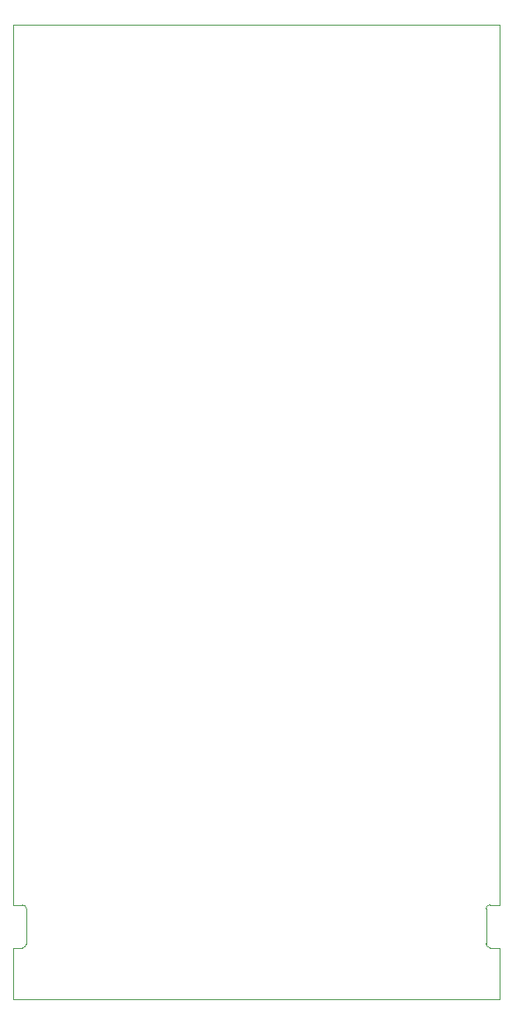
<source format=gbr>
%TF.GenerationSoftware,KiCad,Pcbnew,8.0.7*%
%TF.CreationDate,2025-07-29T21:18:19+01:00*%
%TF.ProjectId,ListeningPostDisplay,4c697374-656e-4696-9e67-506f73744469,rev?*%
%TF.SameCoordinates,Original*%
%TF.FileFunction,Profile,NP*%
%FSLAX46Y46*%
G04 Gerber Fmt 4.6, Leading zero omitted, Abs format (unit mm)*
G04 Created by KiCad (PCBNEW 8.0.7) date 2025-07-29 21:18:19*
%MOMM*%
%LPD*%
G01*
G04 APERTURE LIST*
%TA.AperFunction,Profile*%
%ADD10C,0.050000*%
%TD*%
%TA.AperFunction,Profile*%
%ADD11C,0.120000*%
%TD*%
G04 APERTURE END LIST*
D10*
X100000000Y-50000000D02*
X100000000Y-136000000D01*
X100000000Y-149000000D02*
X100000000Y-150000000D01*
X50000000Y-50000000D02*
X100000000Y-50000000D01*
X50000000Y-136000000D02*
X50000000Y-50000000D01*
X100000000Y-150000000D02*
X50000000Y-150000000D01*
X50000000Y-149000000D02*
X50000000Y-150000000D01*
D11*
%TO.C,J9*%
X98600000Y-140700000D02*
X98600000Y-144300000D01*
X100000000Y-136000000D02*
X100000000Y-140300000D01*
X100000000Y-140300000D02*
X99000000Y-140300000D01*
X100000000Y-144700000D02*
X99000000Y-144700000D01*
X100000000Y-149000000D02*
X100000000Y-144700000D01*
X98600000Y-140700000D02*
G75*
G02*
X99000000Y-140300000I400002J-2D01*
G01*
X99000000Y-144700000D02*
G75*
G02*
X98600000Y-144300000I0J400000D01*
G01*
%TO.C,J8*%
X50000000Y-136000000D02*
X50000000Y-140300000D01*
X50000000Y-140300000D02*
X51000000Y-140300000D01*
X50000000Y-144700000D02*
X51000000Y-144700000D01*
X50000000Y-149000000D02*
X50000000Y-144700000D01*
X51400000Y-144300000D02*
X51400000Y-140700000D01*
X51000000Y-140300000D02*
G75*
G02*
X51400000Y-140700000I0J-400000D01*
G01*
X51400000Y-144300000D02*
G75*
G02*
X51000000Y-144700000I-400002J2D01*
G01*
%TD*%
M02*

</source>
